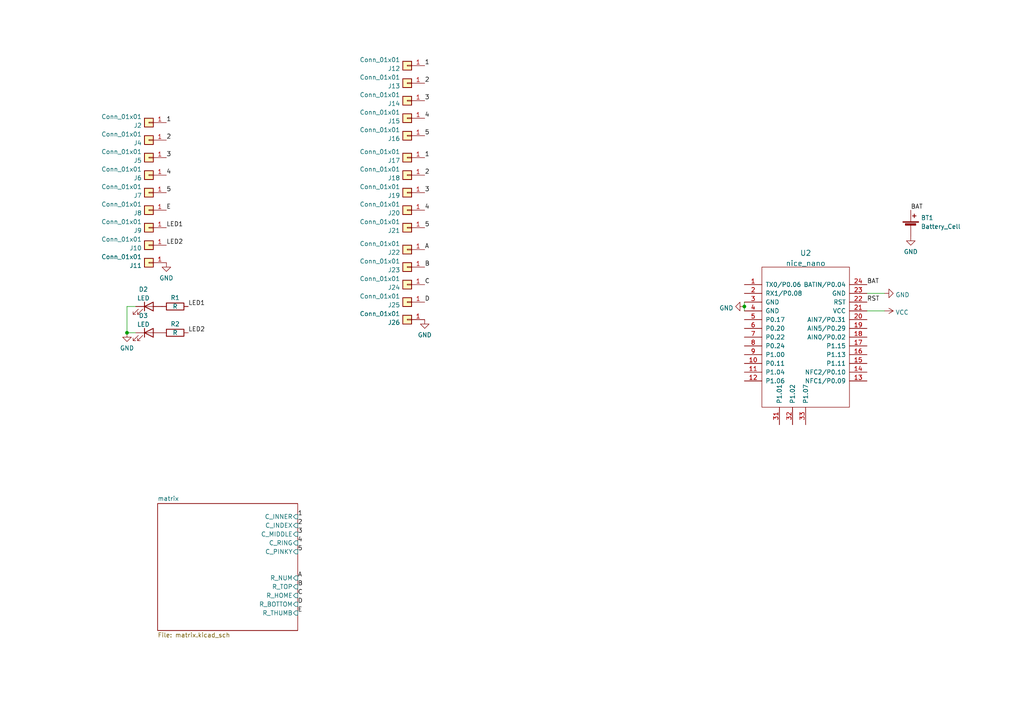
<source format=kicad_sch>
(kicad_sch (version 20211123) (generator eeschema)
  (paper "A4")
  (lib_symbols
    (symbol "Connector_Generic:Conn_01x01" (pin_names (offset 1.016) hide)
      (property "Reference" "J" (at 0 2.54 0))
      (property "Value" "Conn_01x01" (at 0 -2.54 0))
      (symbol "Conn_01x01_1_1"
        (rectangle (start -1.27 0.127) (end 0 -0.127) (stroke (width 0.1524)))
        (rectangle (start -1.27 1.27) (end 1.27 -1.27) (stroke (width 0.254)) (fill (type background)))
        (pin passive line (at -5.08 0 0) (length 3.81) (name "Pin_1") (number "1"))
      )
    )
    (symbol "Device:Battery_Cell" (pin_numbers hide) (pin_names (offset 0) hide)
      (property "Reference" "BT" (at 2.54 2.54 0))
      (property "Value" "Battery_Cell" (at 2.54 0 0))
      (symbol "Battery_Cell_0_1"
        (rectangle (start -2.286 1.778) (end 2.286 1.524) (fill (type outline)))
        (rectangle (start -1.5748 1.1938) (end 1.4732 0.6858) (fill (type outline)))
        (polyline (pts (xy 0 0.762) (xy 0 0)))
        (polyline (pts (xy 0 1.778) (xy 0 2.54)))
        (polyline (pts (xy 0.508 3.429) (xy 1.524 3.429)) (stroke (width 0.254)))
        (polyline (pts (xy 1.016 3.937) (xy 1.016 2.921)) (stroke (width 0.254)))
      )
      (symbol "Battery_Cell_1_1"
        (pin passive line (at 0 5.08 270) (length 2.54) (name "+") (number "1"))
        (pin passive line (at 0 -2.54 90) (length 2.54) (name "-") (number "2"))
      )
    )
    (symbol "Device:LED" (pin_numbers hide) (pin_names (offset 1.016) hide)
      (property "Reference" "D" (at 0 2.54 0))
      (property "Value" "LED" (at 0 -2.54 0))
      (symbol "LED_0_1"
        (polyline (pts (xy -1.27 -1.27) (xy -1.27 1.27)) (stroke (width 0.254)))
        (polyline (pts (xy -1.27 0) (xy 1.27 0)))
        (polyline (pts (xy 1.27 -1.27) (xy 1.27 1.27) (xy -1.27 0) (xy 1.27 -1.27)) (stroke (width 0.254)))
        (polyline (pts (xy -3.048 -0.762) (xy -4.572 -2.286) (xy -3.81 -2.286) (xy -4.572 -2.286) (xy -4.572 -1.524)))
        (polyline (pts (xy -1.778 -0.762) (xy -3.302 -2.286) (xy -2.54 -2.286) (xy -3.302 -2.286) (xy -3.302 -1.524)))
      )
      (symbol "LED_1_1"
        (pin passive line (at -3.81 0 0) (length 2.54) (name "K") (number "1"))
        (pin passive line (at 3.81 0 180) (length 2.54) (name "A") (number "2"))
      )
    )
    (symbol "Device:R" (pin_numbers hide) (pin_names (offset 0))
      (property "Reference" "R" (at 2.032 0 90))
      (property "Value" "R" (at 0 0 90))
      (symbol "R_0_1"
        (rectangle (start -1.016 -2.54) (end 1.016 2.54) (stroke (width 0.254)))
      )
      (symbol "R_1_1"
        (pin passive line (at 0 3.81 270) (length 1.27) (name "~") (number "1"))
        (pin passive line (at 0 -3.81 90) (length 1.27) (name "~") (number "2"))
      )
    )
    (symbol "nice_nano:nice_nano" (pin_names (offset 1.016))
      (property "Reference" "U" (at 0 0 0))
      (property "Value" "nice_nano" (at 0 2.54 0))
      (symbol "nice_nano_0_1"
        (rectangle (start -12.7 -21.59) (end 12.7 19.05))
      )
      (symbol "nice_nano_1_1"
        (pin input line (at -17.78 13.97 0) (length 5.08) (name "TX0/P0.06") (number "1"))
        (pin input line (at -17.78 -8.89 0) (length 5.08) (name "P0.11") (number "10"))
        (pin input line (at -17.78 -11.43 0) (length 5.08) (name "P1.04") (number "11"))
        (pin input line (at -17.78 -13.97 0) (length 5.08) (name "P1.06") (number "12"))
        (pin input line (at 17.78 -13.97 180) (length 5.08) (name "NFC1/P0.09") (number "13"))
        (pin input line (at 17.78 -11.43 180) (length 5.08) (name "NFC2/P0.10") (number "14"))
        (pin input line (at 17.78 -8.89 180) (length 5.08) (name "P1.11") (number "15"))
        (pin input line (at 17.78 -6.35 180) (length 5.08) (name "P1.13") (number "16"))
        (pin input line (at 17.78 -3.81 180) (length 5.08) (name "P1.15") (number "17"))
        (pin input line (at 17.78 -1.27 180) (length 5.08) (name "AIN0/P0.02") (number "18"))
        (pin input line (at 17.78 1.27 180) (length 5.08) (name "AIN5/P0.29") (number "19"))
        (pin input line (at -17.78 11.43 0) (length 5.08) (name "RX1/P0.08") (number "2"))
        (pin input line (at 17.78 3.81 180) (length 5.08) (name "AIN7/P0.31") (number "20"))
        (pin input line (at 17.78 6.35 180) (length 5.08) (name "VCC") (number "21"))
        (pin input line (at 17.78 8.89 180) (length 5.08) (name "RST") (number "22"))
        (pin input line (at 17.78 11.43 180) (length 5.08) (name "GND") (number "23"))
        (pin input line (at 17.78 13.97 180) (length 5.08) (name "BATIN/P0.04") (number "24"))
        (pin input line (at -17.78 8.89 0) (length 5.08) (name "GND") (number "3"))
        (pin input line (at -7.62 -26.67 90) (length 5.08) (name "P1.01") (number "31"))
        (pin input line (at -3.81 -26.67 90) (length 5.08) (name "P1.02") (number "32"))
        (pin input line (at 0 -26.67 90) (length 5.08) (name "P1.07") (number "33"))
        (pin input line (at -17.78 6.35 0) (length 5.08) (name "GND") (number "4"))
        (pin input line (at -17.78 3.81 0) (length 5.08) (name "P0.17") (number "5"))
        (pin input line (at -17.78 1.27 0) (length 5.08) (name "P0.20") (number "6"))
        (pin input line (at -17.78 -1.27 0) (length 5.08) (name "P0.22") (number "7"))
        (pin input line (at -17.78 -3.81 0) (length 5.08) (name "P0.24") (number "8"))
        (pin input line (at -17.78 -6.35 0) (length 5.08) (name "P1.00") (number "9"))
      )
    )
    (symbol "power:GND" (power) (pin_names (offset 0))
      (property "Value" "GND" (at 0 -3.81 0))
      (symbol "GND_0_1"
        (polyline (pts (xy 0 0) (xy 0 -1.27) (xy 1.27 -1.27) (xy 0 -2.54) (xy -1.27 -1.27) (xy 0 -1.27)))
      )
      (symbol "GND_1_1"
        (pin power_in line (at 0 0 270) (length 0) hide (name "GND") (number "1"))
      )
    )
    (symbol "power:VCC" (power) (pin_names (offset 0))
      (property "Value" "VCC" (at 0 3.81 0))
      (symbol "VCC_0_1"
        (polyline (pts (xy -0.762 1.27) (xy 0 2.54)))
        (polyline (pts (xy 0 0) (xy 0 2.54)))
        (polyline (pts (xy 0 2.54) (xy 0.762 1.27)))
      )
      (symbol "VCC_1_1"
        (pin power_in line (at 0 0 90) (length 0) hide (name "VCC") (number "1"))
      )
    )
  )
  (junction (at 36.83 96.52))
  (junction (at 215.9 88.9))
  (wire (pts (xy 251.46 90.17) (xy 256.54 90.17)))
  (wire (pts (xy 36.83 88.9) (xy 39.37 88.9)))
  (wire (pts (xy 36.83 96.52) (xy 39.37 96.52)))
  (wire (pts (xy 215.9 87.63) (xy 215.9 88.9)))
  (wire (pts (xy 36.83 96.52) (xy 36.83 88.9)))
  (wire (pts (xy 251.46 85.09) (xy 256.54 85.09)))
  (wire (pts (xy 215.9 88.9) (xy 215.9 90.17)))
  (label "BAT" (at 264.16 60.96 0))
  (label "RST" (at 251.46 87.63 0))
  (label "2" (at 86.36 152.4 0))
  (label "A" (at 123.19 72.39 0))
  (label "5" (at 48.26 55.88 0))
  (label "D" (at 123.19 87.63 0))
  (label "2" (at 48.26 40.64 0))
  (label "3" (at 86.36 154.94 0))
  (label "B" (at 123.19 77.47 0))
  (label "5" (at 123.19 39.37 0))
  (label "LED2" (at 48.26 71.12 0))
  (label "3" (at 123.19 29.21 0))
  (label "4" (at 86.36 157.48 0))
  (label "LED2" (at 54.61 96.52 0))
  (label "4" (at 123.19 34.29 0))
  (label "3" (at 123.19 55.88 0))
  (label "2" (at 123.19 50.8 0))
  (label "B" (at 86.36 170.18 0))
  (label "5" (at 123.19 66.04 0))
  (label "1" (at 86.36 149.86 0))
  (label "LED1" (at 48.26 66.04 0))
  (label "A" (at 86.36 167.64 0))
  (label "1" (at 48.26 35.56 0))
  (label "BAT" (at 251.46 82.55 0))
  (label "C" (at 86.36 172.72 0))
  (label "D" (at 86.36 175.26 0))
  (label "C" (at 123.19 82.55 0))
  (label "E" (at 86.36 177.8 0))
  (label "LED1" (at 54.61 88.9 0))
  (label "3" (at 48.26 45.72 0))
  (label "4" (at 123.19 60.96 0))
  (label "5" (at 86.36 160.02 0))
  (label "4" (at 48.26 50.8 0))
  (label "1" (at 123.19 19.05 0))
  (label "1" (at 123.19 45.72 0))
  (label "2" (at 123.19 24.13 0))
  (label "E" (at 48.26 60.96 0))
  (symbol (lib_id "Connector_Generic:Conn_01x01") (at 43.18 76.2 180) (unit 1)
    (property "Reference" "J11" (at 41.148 77.0347 0) (effects (justify left)))
    (property "Value" "Conn_01x01" (at 41.148 74.4978 0) (effects (justify left)))
    (property "Footprint" "Connector_PinHeader_2.54mm:PinHeader_1x01_P2.54mm_Vertical" (effects hide))
  )
  (symbol (lib_id "Connector_Generic:Conn_01x01") (at 118.11 60.96 180) (unit 1)
    (property "Reference" "J20" (at 116.078 61.7947 0) (effects (justify left)))
    (property "Value" "Conn_01x01" (at 116.078 59.2578 0) (effects (justify left)))
    (property "Footprint" "Connector_PinHeader_2.54mm:PinHeader_1x01_P2.54mm_Vertical" (effects hide))
  )
  (symbol (lib_id "Connector_Generic:Conn_01x01") (at 118.11 19.05 180) (unit 1)
    (property "Reference" "J12" (at 116.078 19.8847 0) (effects (justify left)))
    (property "Value" "Conn_01x01" (at 116.078 17.3478 0) (effects (justify left)))
    (property "Footprint" "Connector_PinHeader_2.54mm:PinHeader_1x01_P2.54mm_Vertical" (effects hide))
  )
  (symbol (lib_id "power:GND") (at 264.16 68.58 0) (unit 1)
    (property "Reference" "#PWR0105" (effects hide))
    (property "Value" "GND" (at 264.16 73.0234 0))
  )
  (symbol (lib_id "Device:Battery_Cell") (at 264.16 66.04 0) (unit 1)
    (property "Reference" "BT1" (at 267.081 63.1733 0) (effects (justify left)))
    (property "Value" "Battery_Cell" (at 267.081 65.7102 0) (effects (justify left)))
  )
  (symbol (lib_id "Connector_Generic:Conn_01x01") (at 118.11 82.55 180) (unit 1)
    (property "Reference" "J24" (at 116.078 83.3847 0) (effects (justify left)))
    (property "Value" "Conn_01x01" (at 116.078 80.8478 0) (effects (justify left)))
    (property "Footprint" "Connector_PinHeader_2.54mm:PinHeader_1x01_P2.54mm_Vertical" (effects hide))
  )
  (symbol (lib_id "power:GND") (at 36.83 96.52 0) (unit 1)
    (property "Reference" "#PWR0108" (effects hide))
    (property "Value" "GND" (at 36.83 100.9634 0))
  )
  (symbol (lib_id "Connector_Generic:Conn_01x01") (at 43.18 60.96 180) (unit 1)
    (property "Reference" "J8" (at 41.148 61.7947 0) (effects (justify left)))
    (property "Value" "Conn_01x01" (at 41.148 59.2578 0) (effects (justify left)))
    (property "Footprint" "Connector_PinHeader_2.54mm:PinHeader_1x01_P2.54mm_Vertical" (effects hide))
  )
  (symbol (lib_id "Connector_Generic:Conn_01x01") (at 43.18 55.88 180) (unit 1)
    (property "Reference" "J7" (at 41.148 56.7147 0) (effects (justify left)))
    (property "Value" "Conn_01x01" (at 41.148 54.1778 0) (effects (justify left)))
    (property "Footprint" "Connector_PinHeader_2.54mm:PinHeader_1x01_P2.54mm_Vertical" (effects hide))
  )
  (symbol (lib_id "Connector_Generic:Conn_01x01") (at 118.11 72.39 180) (unit 1)
    (property "Reference" "J22" (at 116.078 73.2247 0) (effects (justify left)))
    (property "Value" "Conn_01x01" (at 116.078 70.6878 0) (effects (justify left)))
    (property "Footprint" "Connector_PinHeader_2.54mm:PinHeader_1x01_P2.54mm_Vertical" (effects hide))
  )
  (symbol (lib_id "Connector_Generic:Conn_01x01") (at 118.11 39.37 180) (unit 1)
    (property "Reference" "J16" (at 116.078 40.2047 0) (effects (justify left)))
    (property "Value" "Conn_01x01" (at 116.078 37.6678 0) (effects (justify left)))
    (property "Footprint" "Connector_PinHeader_2.54mm:PinHeader_1x01_P2.54mm_Vertical" (effects hide))
  )
  (symbol (lib_id "power:GND") (at 256.54 85.09 90) (unit 1)
    (property "Reference" "#PWR0103" (effects hide))
    (property "Value" "GND" (at 259.715 85.5238 90) (effects (justify right)))
  )
  (symbol (lib_id "Connector_Generic:Conn_01x01") (at 43.18 71.12 180) (unit 1)
    (property "Reference" "J10" (at 41.148 71.9547 0) (effects (justify left)))
    (property "Value" "Conn_01x01" (at 41.148 69.4178 0) (effects (justify left)))
    (property "Footprint" "Connector_PinHeader_2.54mm:PinHeader_1x01_P2.54mm_Vertical" (effects hide))
  )
  (symbol (lib_id "nice_nano:nice_nano") (at 233.68 96.52 0) (unit 1)
    (property "Reference" "U2" (at 233.68 73.3859 0) (effects (font (size 1.524 1.524))))
    (property "Value" "nice_nano" (at 233.68 76.3793 0) (effects (font (size 1.524 1.524))))
  )
  (symbol (lib_id "Connector_Generic:Conn_01x01") (at 43.18 40.64 180) (unit 1)
    (property "Reference" "J4" (at 41.148 41.4747 0) (effects (justify left)))
    (property "Value" "Conn_01x01" (at 41.148 38.9378 0) (effects (justify left)))
    (property "Footprint" "Connector_PinHeader_2.54mm:PinHeader_1x01_P2.54mm_Vertical" (effects hide))
  )
  (symbol (lib_id "power:GND") (at 123.19 92.71 0) (unit 1)
    (property "Reference" "#PWR0107" (effects hide))
    (property "Value" "GND" (at 123.19 97.1534 0))
  )
  (symbol (lib_id "Connector_Generic:Conn_01x01") (at 43.18 66.04 180) (unit 1)
    (property "Reference" "J9" (at 41.148 66.8747 0) (effects (justify left)))
    (property "Value" "Conn_01x01" (at 41.148 64.3378 0) (effects (justify left)))
    (property "Footprint" "Connector_PinHeader_2.54mm:PinHeader_1x01_P2.54mm_Vertical" (effects hide))
  )
  (symbol (lib_id "Device:LED") (at 43.18 96.52 0) (unit 1)
    (property "Reference" "D3" (at 41.5925 91.5502 0))
    (property "Value" "LED" (at 41.5925 94.0871 0))
    (property "Footprint" "LED_SMD:LED_1206_3216Metric_Pad1.42x1.75mm_HandSolder" (effects hide))
  )
  (symbol (lib_id "power:VCC") (at 256.54 90.17 270) (unit 1)
    (property "Reference" "#PWR0104" (effects hide))
    (property "Value" "VCC" (at 259.715 90.6038 90) (effects (justify left)))
  )
  (symbol (lib_id "Connector_Generic:Conn_01x01") (at 118.11 45.72 180) (unit 1)
    (property "Reference" "J17" (at 116.078 46.5547 0) (effects (justify left)))
    (property "Value" "Conn_01x01" (at 116.078 44.0178 0) (effects (justify left)))
    (property "Footprint" "Connector_PinHeader_2.54mm:PinHeader_1x01_P2.54mm_Vertical" (effects hide))
  )
  (symbol (lib_id "Connector_Generic:Conn_01x01") (at 118.11 24.13 180) (unit 1)
    (property "Reference" "J13" (at 116.078 24.9647 0) (effects (justify left)))
    (property "Value" "Conn_01x01" (at 116.078 22.4278 0) (effects (justify left)))
    (property "Footprint" "Connector_PinHeader_2.54mm:PinHeader_1x01_P2.54mm_Vertical" (effects hide))
  )
  (symbol (lib_id "Connector_Generic:Conn_01x01") (at 118.11 50.8 180) (unit 1)
    (property "Reference" "J18" (at 116.078 51.6347 0) (effects (justify left)))
    (property "Value" "Conn_01x01" (at 116.078 49.0978 0) (effects (justify left)))
    (property "Footprint" "Connector_PinHeader_2.54mm:PinHeader_1x01_P2.54mm_Vertical" (effects hide))
  )
  (symbol (lib_id "Connector_Generic:Conn_01x01") (at 118.11 66.04 180) (unit 1)
    (property "Reference" "J21" (at 116.078 66.8747 0) (effects (justify left)))
    (property "Value" "Conn_01x01" (at 116.078 64.3378 0) (effects (justify left)))
    (property "Footprint" "Connector_PinHeader_2.54mm:PinHeader_1x01_P2.54mm_Vertical" (effects hide))
  )
  (symbol (lib_id "Device:LED") (at 43.18 88.9 0) (unit 1)
    (property "Reference" "D2" (at 41.5925 83.9302 0))
    (property "Value" "LED" (at 41.5925 86.4671 0))
    (property "Footprint" "LED_SMD:LED_1206_3216Metric_Pad1.42x1.75mm_HandSolder" (effects hide))
  )
  (symbol (lib_id "power:GND") (at 48.26 76.2 0) (unit 1)
    (property "Reference" "#PWR0101" (effects hide))
    (property "Value" "GND" (at 48.26 80.6434 0))
  )
  (symbol (lib_id "Connector_Generic:Conn_01x01") (at 118.11 77.47 180) (unit 1)
    (property "Reference" "J23" (at 116.078 78.3047 0) (effects (justify left)))
    (property "Value" "Conn_01x01" (at 116.078 75.7678 0) (effects (justify left)))
    (property "Footprint" "Connector_PinHeader_2.54mm:PinHeader_1x01_P2.54mm_Vertical" (effects hide))
  )
  (symbol (lib_id "Device:R") (at 50.8 96.52 90) (unit 1)
    (property "Reference" "R2" (at 50.8 93.98 90))
    (property "Value" "R" (at 50.8 96.52 90))
    (property "Footprint" "Resistor_SMD:R_0402_1005Metric_Pad0.72x0.64mm_HandSolder" (effects hide))
  )
  (symbol (lib_id "Connector_Generic:Conn_01x01") (at 43.18 50.8 180) (unit 1)
    (property "Reference" "J6" (at 41.148 51.6347 0) (effects (justify left)))
    (property "Value" "Conn_01x01" (at 41.148 49.0978 0) (effects (justify left)))
    (property "Footprint" "Connector_PinHeader_2.54mm:PinHeader_1x01_P2.54mm_Vertical" (effects hide))
  )
  (symbol (lib_id "Connector_Generic:Conn_01x01") (at 43.18 35.56 180) (unit 1)
    (property "Reference" "J2" (at 41.148 36.3947 0) (effects (justify left)))
    (property "Value" "Conn_01x01" (at 41.148 33.8578 0) (effects (justify left)))
    (property "Footprint" "Connector_PinHeader_2.54mm:PinHeader_1x01_P2.54mm_Vertical" (effects hide))
  )
  (symbol (lib_id "Device:R") (at 50.8 88.9 90) (unit 1)
    (property "Reference" "R1" (at 50.8 86.36 90))
    (property "Value" "R" (at 50.8 88.9 90))
    (property "Footprint" "Resistor_SMD:R_0402_1005Metric_Pad0.72x0.64mm_HandSolder" (effects hide))
  )
  (symbol (lib_id "Connector_Generic:Conn_01x01") (at 118.11 87.63 180) (unit 1)
    (property "Reference" "J25" (at 116.078 88.4647 0) (effects (justify left)))
    (property "Value" "Conn_01x01" (at 116.078 85.9278 0) (effects (justify left)))
    (property "Footprint" "Connector_PinHeader_2.54mm:PinHeader_1x01_P2.54mm_Vertical" (effects hide))
  )
  (symbol (lib_id "power:GND") (at 215.9 88.9 270) (unit 1)
    (property "Reference" "#PWR0106" (effects hide))
    (property "Value" "GND" (at 212.7251 89.3338 90) (effects (justify right)))
  )
  (symbol (lib_id "Connector_Generic:Conn_01x01") (at 118.11 29.21 180) (unit 1)
    (property "Reference" "J14" (at 116.078 30.0447 0) (effects (justify left)))
    (property "Value" "Conn_01x01" (at 116.078 27.5078 0) (effects (justify left)))
    (property "Footprint" "Connector_PinHeader_2.54mm:PinHeader_1x01_P2.54mm_Vertical" (effects hide))
  )
  (symbol (lib_id "Connector_Generic:Conn_01x01") (at 118.11 55.88 180) (unit 1)
    (property "Reference" "J19" (at 116.078 56.7147 0) (effects (justify left)))
    (property "Value" "Conn_01x01" (at 116.078 54.1778 0) (effects (justify left)))
    (property "Footprint" "Connector_PinHeader_2.54mm:PinHeader_1x01_P2.54mm_Vertical" (effects hide))
  )
  (symbol (lib_id "Connector_Generic:Conn_01x01") (at 118.11 92.71 180) (unit 1)
    (property "Reference" "J26" (at 116.078 93.5447 0) (effects (justify left)))
    (property "Value" "Conn_01x01" (at 116.078 91.0078 0) (effects (justify left)))
    (property "Footprint" "Connector_PinHeader_2.54mm:PinHeader_1x01_P2.54mm_Vertical" (effects hide))
  )
  (symbol (lib_id "Connector_Generic:Conn_01x01") (at 118.11 34.29 180) (unit 1)
    (property "Reference" "J15" (at 116.078 35.1247 0) (effects (justify left)))
    (property "Value" "Conn_01x01" (at 116.078 32.5878 0) (effects (justify left)))
    (property "Footprint" "Connector_PinHeader_2.54mm:PinHeader_1x01_P2.54mm_Vertical" (effects hide))
  )
  (symbol (lib_id "Connector_Generic:Conn_01x01") (at 43.18 45.72 180) (unit 1)
    (property "Reference" "J5" (at 41.148 46.5547 0) (effects (justify left)))
    (property "Value" "Conn_01x01" (at 41.148 44.0178 0) (effects (justify left)))
    (property "Footprint" "Connector_PinHeader_2.54mm:PinHeader_1x01_P2.54mm_Vertical" (effects hide))
  )
  (sheet (at 45.72 146.05) (size 40.64 36.83) (stroke (width 0.1524))
    (property "Sheet name" "matrix" (at 45.72 145.3384 0) (effects (justify left bottom)))
    (property "Sheet file" "matrix.kicad_sch" (at 45.72 183.4646 0) (effects (justify left top)))
    (pin "C_INNER" input (at 86.36 149.86 0))
    (pin "C_INDEX" input (at 86.36 152.4 0))
    (pin "C_MIDDLE" input (at 86.36 154.94 0))
    (pin "C_RING" input (at 86.36 157.48 0))
    (pin "C_PINKY" input (at 86.36 160.02 0))
    (pin "R_NUM" input (at 86.36 167.64 0))
    (pin "R_TOP" input (at 86.36 170.18 0))
    (pin "R_HOME" input (at 86.36 172.72 0))
    (pin "R_BOTTOM" input (at 86.36 175.26 0))
    (pin "R_THUMB" input (at 86.36 177.8 0))
  )
)
</source>
